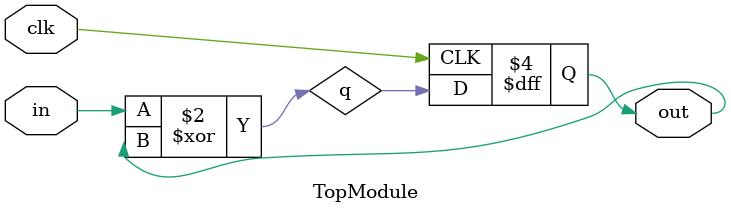
<source format=sv>

module TopModule (
  input wire clk,
  input wire in,
  output logic out
);

  // Intermediate register to hold the stable value of 'out'
  logic q;
  
  // Calculate the XOR using the stable value from the previous cycle
  always_comb begin
    q = in ^ out;
  end

  // D flip-flop process with positive edge-triggered clock
  always_ff @(posedge clk) begin
    // Assign the result of the XOR to 'out' at every rising edge of 'clk'
    out <= q;
  end

endmodule

// VERILOG-EVAL: errant inclusion of module definition

</source>
